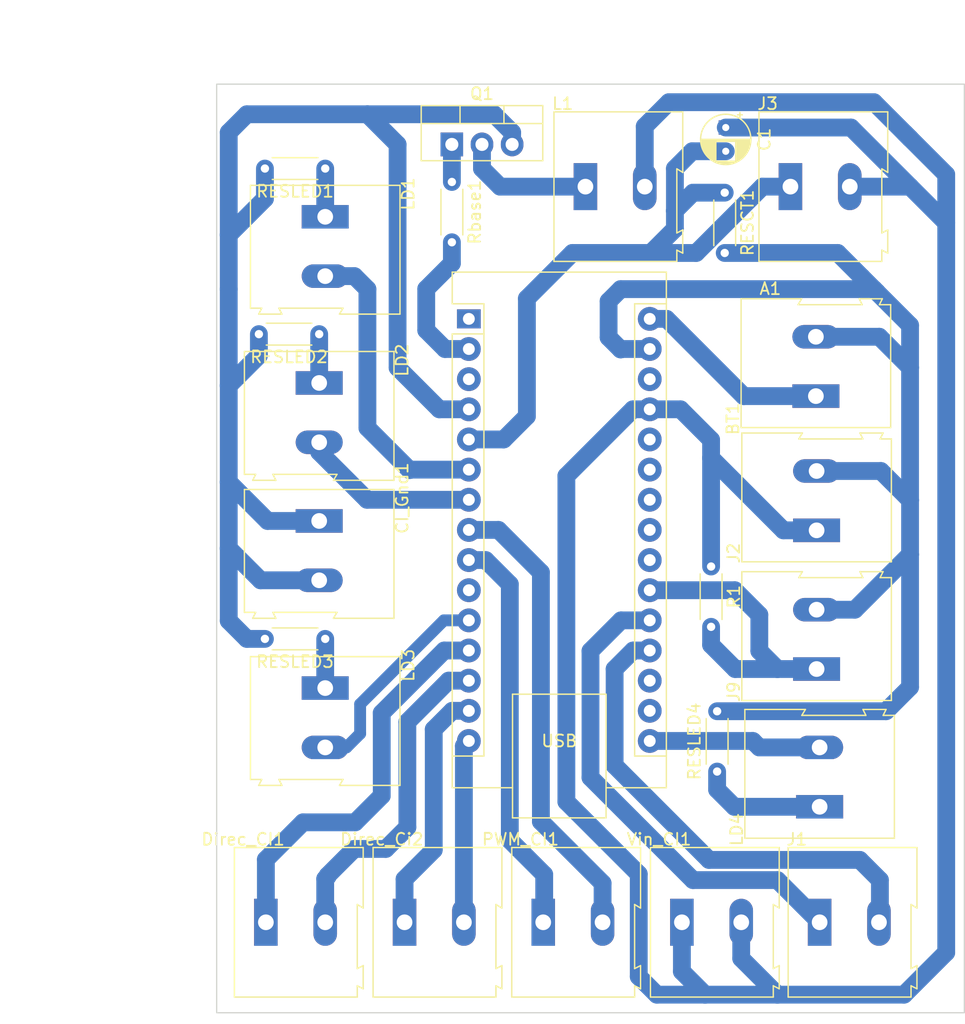
<source format=kicad_pcb>
(kicad_pcb (version 20221018) (generator pcbnew)
  (layers (0 "F.Cu" signal) (31 "B.Cu" signal) (34 "B.Paste" user) (35 "F.Paste" user) (36 "B.SilkS" user "B.Silkscreen") (37 "F.SilkS" user "F.Silkscreen") (38 "B.Mask" user) (39 "F.Mask" user) (44 "Edge.Cuts" user))
  (net 0 "")
  (net 4 "CHAVE_TACTIL")
  (net 5 "LED1")
  (net 6 "LASER")
  (net 7 "D6")
  (net 8 "D7")
  (net 9 "D8")
  (net 10 "D9")
  (net 11 "PWM_M1")
  (net 12 "PWM_M2")
  (net 13 "LED2")
  (net 14 "LED3")
  (net 17 "EIXO_X")
  (net 18 "EIXO_Y")
  (net 25 "Net-(LD1-K)")
  (net 26 "Net-(L1-K)")
  (net 27 "Net-(Q1-B)")
  (net 28 "+9V")
  (net 29 "LED4")
  (net 30 "LDR")
  (net 31 "GND")
  (net 32 "+5V")
  (net 33 "Net-(LD2-K)")
  (net 34 "Net-(LD3-K)")
  (net 35 "Net-(LD4-K)")
  (footprint "Resistor_THT:R_Axial_DIN0204_L3.6mm_D1.6mm_P5.08mm_Horizontal" (layer "F.Cu") (at 178.947553 57.912 -90)
    (fp_text reference "RESCT1" (at 2.54 -1.92 90) (layer "F.SilkS"))
    (fp_text value "10Kohms")
    (pad "1" thru_hole circle (at 0 0 270) (size 1.4 1.4) (drill 0.7) (layers "*.Cu" "*.Mask") (net 4 "CHAVE_TACTIL"))
    (pad "2" thru_hole oval (at 5.08 0 270) (size 1.4 1.4) (drill 0.7) (layers "*.Cu" "*.Mask") (net 31 "GND"))
  )
  (footprint "Resistor_THT:R_Axial_DIN0204_L3.6mm_D1.6mm_P5.08mm_Horizontal" (layer "F.Cu") (at 155.96 57.01 -90)
    (fp_text reference "Rbase1" (at 2.54 -1.92 90) (layer "F.SilkS"))
    (fp_text value "4k3 ohms")
    (pad "1" thru_hole circle (at 0 0 270) (size 1.4 1.4) (drill 0.7) (layers "*.Cu" "*.Mask") (net 27 "Net-(Q1-B)"))
    (pad "2" thru_hole oval (at 5.08 0 270) (size 1.4 1.4) (drill 0.7) (layers "*.Cu" "*.Mask") (net 6 "LASER"))
  )
  (footprint "TerminalBlock:TerminalBlock_Altech_AK300-2_P5.00mm" (layer "F.Cu") (at 184.484 57.404)
    (fp_text reference "J3" (at -1.92 -6.99) (layer "F.SilkS"))
    (fp_text value "CHAVETACTIL_TERMINAL")
    (pad "1" thru_hole rect (at 0 0) (size 1.98 3.96) (drill 1.32) (layers "*.Cu" "*.Mask") (net 4 "CHAVE_TACTIL"))
    (pad "2" thru_hole oval (at 5 0) (size 1.98 3.96) (drill 1.32) (layers "*.Cu" "*.Mask") (net 32 "+5V"))
  )
  (footprint "TerminalBlock:TerminalBlock_Altech_AK300-2_P5.00mm" (layer "F.Cu") (at 145.288 59.944 -90)
    (fp_text reference "LD1" (at -1.92 -6.99 90) (layer "F.SilkS"))
    (fp_text value "LED VERDE")
    (pad "1" thru_hole rect (at 0 0 270) (size 1.98 3.96) (drill 1.32) (layers "*.Cu" "*.Mask") (net 25 "Net-(LD1-K)"))
    (pad "2" thru_hole oval (at 5 0 270) (size 1.98 3.96) (drill 1.32) (layers "*.Cu" "*.Mask") (net 5 "LED1"))
  )
  (footprint "TerminalBlock:TerminalBlock_Altech_AK300-2_P5.00mm" (layer "F.Cu") (at 163.656 119.38)
    (fp_text reference "PWM_CI1" (at -1.92 -6.99) (layer "F.SilkS"))
    (fp_text value "C4")
    (pad "1" thru_hole rect (at 0 0) (size 1.98 3.96) (drill 1.32) (layers "*.Cu" "*.Mask") (net 12 "PWM_M2"))
    (pad "2" thru_hole oval (at 5 0) (size 1.98 3.96) (drill 1.32) (layers "*.Cu" "*.Mask") (net 11 "PWM_M1"))
  )
  (footprint "Package_TO_SOT_THT:TO-220-3_Vertical" (layer "F.Cu") (at 155.956 53.848)
    (fp_text reference "Q1" (at 2.54 -4.27) (layer "F.SilkS"))
    (fp_text value "TIP41C")
    (pad "1" thru_hole rect (at 0 0) (size 1.905 2) (drill 1.1) (layers "*.Cu" "*.Mask") (net 27 "Net-(Q1-B)"))
    (pad "2" thru_hole oval (at 2.54 0) (size 1.905 2) (drill 1.1) (layers "*.Cu" "*.Mask") (net 26 "Net-(L1-K)"))
    (pad "3" thru_hole oval (at 5.08 0) (size 1.905 2) (drill 1.1) (layers "*.Cu" "*.Mask") (net 31 "GND"))
  )
  (footprint "TerminalBlock:TerminalBlock_Altech_AK300-2_P5.00mm" (layer "F.Cu") (at 186.944 119.38)
    (fp_text reference "J1" (at -1.92 -6.99) (layer "F.SilkS"))
    (fp_text value "JOYSTICK2")
    (pad "1" thru_hole rect (at 0 0) (size 1.98 3.96) (drill 1.32) (layers "*.Cu" "*.Mask") (net 18 "EIXO_Y"))
    (pad "2" thru_hole oval (at 5 0) (size 1.98 3.96) (drill 1.32) (layers "*.Cu" "*.Mask") (net 17 "EIXO_X"))
  )
  (footprint "TerminalBlock:TerminalBlock_Altech_AK300-2_P5.00mm" (layer "F.Cu") (at 144.78 73.943 -90)
    (fp_text reference "LD2" (at -1.92 -6.99 90) (layer "F.SilkS"))
    (fp_text value "LED VERDE")
    (pad "1" thru_hole rect (at 0 0 270) (size 1.98 3.96) (drill 1.32) (layers "*.Cu" "*.Mask") (net 33 "Net-(LD2-K)"))
    (pad "2" thru_hole oval (at 5 0 270) (size 1.98 3.96) (drill 1.32) (layers "*.Cu" "*.Mask") (net 13 "LED2"))
  )
  (footprint "TerminalBlock:TerminalBlock_Altech_AK300-2_P5.00mm" (layer "F.Cu") (at 144.78 85.569 -90)
    (fp_text reference "CI_Gnd1" (at -1.92 -6.99 90) (layer "F.SilkS"))
    (fp_text value "Screw_Terminal_01x02")
    (pad "1" thru_hole rect (at 0 0 270) (size 1.98 3.96) (drill 1.32) (layers "*.Cu" "*.Mask") (net 31 "GND"))
    (pad "2" thru_hole oval (at 5 0 270) (size 1.98 3.96) (drill 1.32) (layers "*.Cu" "*.Mask") (net 31 "GND"))
  )
  (footprint "TerminalBlock:TerminalBlock_Altech_AK300-2_P5.00mm" (layer "F.Cu") (at 167.212 57.404)
    (fp_text reference "L1" (at -1.92 -6.99) (layer "F.SilkS"))
    (fp_text value "LASER")
    (pad "1" thru_hole rect (at 0 0) (size 1.98 3.96) (drill 1.32) (layers "*.Cu" "*.Mask") (net 26 "Net-(L1-K)"))
    (pad "2" thru_hole oval (at 5 0) (size 1.98 3.96) (drill 1.32) (layers "*.Cu" "*.Mask") (net 32 "+5V"))
  )
  (footprint "TerminalBlock:TerminalBlock_Altech_AK300-2_P5.00mm" (layer "F.Cu") (at 145.288 99.648 -90)
    (fp_text reference "LD3" (at -1.92 -6.99 90) (layer "F.SilkS"))
    (fp_text value "LED VERDE")
    (pad "1" thru_hole rect (at 0 0 270) (size 1.98 3.96) (drill 1.32) (layers "*.Cu" "*.Mask") (net 34 "Net-(LD3-K)"))
    (pad "2" thru_hole oval (at 5 0 270) (size 1.98 3.96) (drill 1.32) (layers "*.Cu" "*.Mask") (net 14 "LED3"))
  )
  (footprint "Resistor_THT:R_Axial_DIN0204_L3.6mm_D1.6mm_P5.08mm_Horizontal" (layer "F.Cu") (at 177.8 89.408 -90)
    (fp_text reference "R1" (at 2.54 -1.92 -270) (layer "F.SilkS"))
    (fp_text value "10 Kohms")
    (pad "1" thru_hole circle (at 0 0 270) (size 1.4 1.4) (drill 0.7) (layers "*.Cu" "*.Mask") (net 32 "+5V"))
    (pad "2" thru_hole oval (at 5.08 0 270) (size 1.4 1.4) (drill 0.7) (layers "*.Cu" "*.Mask") (net 30 "LDR"))
  )
  (footprint "Module:Arduino_Nano" (layer "F.Cu") (at 157.39 68.544)
    (fp_text reference "A1" (at 25.4 -2.54) (layer "F.SilkS"))
    (fp_text value "Arduino_Nano_v3.x")
    (fp_text user "USB" (at 7.62 35.56 unlocked) (layer "F.SilkS"))
    (pad "1" thru_hole rect (at 0 0) (size 2 1.6) (drill 1) (layers "*.Cu" "*.Mask"))
    (pad "2" thru_hole circle (at 0 2.54) (size 2 2) (drill 1) (layers "*.Cu" "*.Mask") (net 6 "LASER"))
    (pad "3" thru_hole circle (at 0 5.08) (size 2 2) (drill 1) (layers "*.Cu" "*.Mask"))
    (pad "4" thru_hole circle (at 0 7.62) (size 2 2) (drill 1) (layers "*.Cu" "*.Mask") (net 31 "GND"))
    (pad "5" thru_hole circle (at 0 10.16) (size 2 2) (drill 1) (layers "*.Cu" "*.Mask") (net 4 "CHAVE_TACTIL"))
    (pad "6" thru_hole circle (at 0 12.7) (size 2 2) (drill 1) (layers "*.Cu" "*.Mask") (net 5 "LED1"))
    (pad "7" thru_hole circle (at 0 15.24) (size 2 2) (drill 1) (layers "*.Cu" "*.Mask") (net 13 "LED2"))
    (pad "8" thru_hole circle (at 0 17.78) (size 2 2) (drill 1) (layers "*.Cu" "*.Mask") (net 11 "PWM_M1"))
    (pad "9" thru_hole circle (at 0 20.32) (size 2 2) (drill 1) (layers "*.Cu" "*.Mask") (net 12 "PWM_M2"))
    (pad "10" thru_hole circle (at 0 22.86) (size 2 2) (drill 1) (layers "*.Cu" "*.Mask"))
    (pad "11" thru_hole circle (at 0 25.4) (size 2 2) (drill 1) (layers "*.Cu" "*.Mask") (net 14 "LED3"))
    (pad "12" thru_hole circle (at 0 27.94) (size 2 2) (drill 1) (layers "*.Cu" "*.Mask") (net 7 "D6"))
    (pad "13" thru_hole circle (at 0 30.48) (size 2 2) (drill 1) (layers "*.Cu" "*.Mask") (net 8 "D7"))
    (pad "14" thru_hole circle (at 0 33.02) (size 2 2) (drill 1) (layers "*.Cu" "*.Mask") (net 9 "D8"))
    (pad "15" thru_hole circle (at 0 35.56) (size 2 2) (drill 1) (layers "*.Cu" "*.Mask") (net 10 "D9"))
    (pad "16" thru_hole circle (at 15.24 35.56) (size 2 2) (drill 1) (layers "*.Cu" "*.Mask") (net 29 "LED4"))
    (pad "17" thru_hole circle (at 15.24 33.02) (size 2 2) (drill 1) (layers "*.Cu" "*.Mask"))
    (pad "18" thru_hole circle (at 15.24 30.48) (size 2 2) (drill 1) (layers "*.Cu" "*.Mask"))
    (pad "19" thru_hole circle (at 15.24 27.94) (size 2 2) (drill 1) (layers "*.Cu" "*.Mask") (net 17 "EIXO_X"))
    (pad "20" thru_hole circle (at 15.24 25.4) (size 2 2) (drill 1) (layers "*.Cu" "*.Mask") (net 18 "EIXO_Y"))
    (pad "21" thru_hole circle (at 15.24 22.86) (size 2 2) (drill 1) (layers "*.Cu" "*.Mask") (net 30 "LDR"))
    (pad "22" thru_hole circle (at 15.24 20.32) (size 2 2) (drill 1) (layers "*.Cu" "*.Mask"))
    (pad "23" thru_hole circle (at 15.24 17.78) (size 2 2) (drill 1) (layers "*.Cu" "*.Mask"))
    (pad "24" thru_hole circle (at 15.24 15.24) (size 2 2) (drill 1) (layers "*.Cu" "*.Mask"))
    (pad "25" thru_hole circle (at 15.24 12.7) (size 2 2) (drill 1) (layers "*.Cu" "*.Mask"))
    (pad "26" thru_hole circle (at 15.24 10.16) (size 2 2) (drill 1) (layers "*.Cu" "*.Mask"))
    (pad "27" thru_hole circle (at 15.24 7.62) (size 2 2) (drill 1) (layers "*.Cu" "*.Mask") (net 32 "+5V"))
    (pad "28" thru_hole circle (at 15.24 5.08) (size 2 2) (drill 1) (layers "*.Cu" "*.Mask"))
    (pad "29" thru_hole circle (at 15.24 2.54) (size 2 2) (drill 1) (layers "*.Cu" "*.Mask") (net 31 "GND"))
    (pad "30" thru_hole circle (at 15.24 0) (size 2 2) (drill 1) (layers "*.Cu" "*.Mask") (net 28 "+9V"))
  )
  (footprint "TerminalBlock:TerminalBlock_Altech_AK300-2_P5.00mm" (layer "F.Cu") (at 186.69 98.044 90)
    (fp_text reference "J9" (at -1.92 -6.99 90) (layer "F.SilkS"))
    (fp_text value "LDR")
    (pad "1" thru_hole rect (at 0 0 90) (size 1.98 3.96) (drill 1.32) (layers "*.Cu" "*.Mask") (net 30 "LDR"))
    (pad "2" thru_hole oval (at 5 0 90) (size 1.98 3.96) (drill 1.32) (layers "*.Cu" "*.Mask") (net 31 "GND"))
  )
  (footprint "Resistor_THT:R_Axial_DIN0204_L3.6mm_D1.6mm_P5.08mm_Horizontal" (layer "F.Cu") (at 144.78 69.829594 180)
    (fp_text reference "RESLED2" (at 2.54 -1.92) (layer "F.SilkS"))
    (fp_text value "560 ohms")
    (pad "1" thru_hole circle (at 0 0 180) (size 1.4 1.4) (drill 0.7) (layers "*.Cu" "*.Mask") (net 33 "Net-(LD2-K)"))
    (pad "2" thru_hole oval (at 5.08 0 180) (size 1.4 1.4) (drill 0.7) (layers "*.Cu" "*.Mask") (net 31 "GND"))
  )
  (footprint "TerminalBlock:TerminalBlock_Altech_AK300-2_P5.00mm" (layer "F.Cu") (at 140.288 119.38)
    (fp_text reference "Direc_CI1" (at -1.92 -6.99) (layer "F.SilkS"))
    (fp_text value "C2")
    (pad "1" thru_hole rect (at 0 0) (size 1.98 3.96) (drill 1.32) (layers "*.Cu" "*.Mask") (net 7 "D6"))
    (pad "2" thru_hole oval (at 5 0) (size 1.98 3.96) (drill 1.32) (layers "*.Cu" "*.Mask") (net 8 "D7"))
  )
  (footprint "Resistor_THT:R_Axial_DIN0204_L3.6mm_D1.6mm_P5.08mm_Horizontal" (layer "F.Cu") (at 145.288 55.88 180)
    (fp_text reference "RESLED1" (at 2.54 -1.92) (layer "F.SilkS"))
    (fp_text value "560 ohms")
    (pad "1" thru_hole circle (at 0 0 180) (size 1.4 1.4) (drill 0.7) (layers "*.Cu" "*.Mask") (net 25 "Net-(LD1-K)"))
    (pad "2" thru_hole oval (at 5.08 0 180) (size 1.4 1.4) (drill 0.7) (layers "*.Cu" "*.Mask") (net 31 "GND"))
  )
  (footprint "Capacitor_THT:CP_Radial_D4.0mm_P2.00mm" (layer "F.Cu") (at 179.034511 52.42462 -90)
    (fp_text reference "C1" (at 1 -3.25 90) (layer "F.SilkS"))
    (fp_text value "C 10 microF")
    (pad "1" thru_hole rect (at 0 0 270) (size 1.2 1.2) (drill 0.6) (layers "*.Cu" "*.Mask") (net 32 "+5V"))
    (pad "2" thru_hole circle (at 2 0 270) (size 1.2 1.2) (drill 0.6) (layers "*.Cu" "*.Mask") (net 4 "CHAVE_TACTIL"))
  )
  (footprint "Resistor_THT:R_Axial_DIN0204_L3.6mm_D1.6mm_P5.08mm_Horizontal" (layer "F.Cu") (at 145.288 95.504 180)
    (fp_text reference "RESLED3" (at 2.54 -1.92) (layer "F.SilkS"))
    (fp_text value "560 ohms")
    (pad "1" thru_hole circle (at 0 0 180) (size 1.4 1.4) (drill 0.7) (layers "*.Cu" "*.Mask") (net 34 "Net-(LD3-K)"))
    (pad "2" thru_hole oval (at 5.08 0 180) (size 1.4 1.4) (drill 0.7) (layers "*.Cu" "*.Mask") (net 31 "GND"))
  )
  (footprint "TerminalBlock:TerminalBlock_Altech_AK300-2_P5.00mm" (layer "F.Cu") (at 186.69 86.36 90)
    (fp_text reference "J2" (at -1.92 -6.99 90) (layer "F.SilkS"))
    (fp_text value "JOYSTICK2")
    (pad "1" thru_hole rect (at 0 0 90) (size 1.98 3.96) (drill 1.32) (layers "*.Cu" "*.Mask") (net 32 "+5V"))
    (pad "2" thru_hole oval (at 5 0 90) (size 1.98 3.96) (drill 1.32) (layers "*.Cu" "*.Mask") (net 31 "GND"))
  )
  (footprint "TerminalBlock:TerminalBlock_Altech_AK300-2_P5.00mm" (layer "F.Cu") (at 151.972 119.38)
    (fp_text reference "Direc_Ci2" (at -1.92 -6.99) (layer "F.SilkS"))
    (fp_text value "C3")
    (pad "1" thru_hole rect (at 0 0) (size 1.98 3.96) (drill 1.32) (layers "*.Cu" "*.Mask") (net 9 "D8"))
    (pad "2" thru_hole oval (at 5 0) (size 1.98 3.96) (drill 1.32) (layers "*.Cu" "*.Mask") (net 10 "D9"))
  )
  (footprint "TerminalBlock:TerminalBlock_Altech_AK300-2_P5.00mm" (layer "F.Cu") (at 186.944 109.648 90)
    (fp_text reference "LD4" (at -1.92 -6.99 90) (layer "F.SilkS"))
    (fp_text value "LED VERDE")
    (pad "1" thru_hole rect (at 0 0 90) (size 1.98 3.96) (drill 1.32) (layers "*.Cu" "*.Mask") (net 35 "Net-(LD4-K)"))
    (pad "2" thru_hole oval (at 5 0 90) (size 1.98 3.96) (drill 1.32) (layers "*.Cu" "*.Mask") (net 29 "LED4"))
  )
  (footprint "Resistor_THT:R_Axial_DIN0204_L3.6mm_D1.6mm_P5.08mm_Horizontal" (layer "F.Cu") (at 178.308 106.68 90)
    (fp_text reference "RESLED4" (at 2.54 -1.92 90) (layer "F.SilkS"))
    (fp_text value "560 ohms")
    (pad "1" thru_hole circle (at 0 0 90) (size 1.4 1.4) (drill 0.7) (layers "*.Cu" "*.Mask") (net 35 "Net-(LD4-K)"))
    (pad "2" thru_hole oval (at 5.08 0 90) (size 1.4 1.4) (drill 0.7) (layers "*.Cu" "*.Mask") (net 31 "GND"))
  )
  (footprint "TerminalBlock:TerminalBlock_Altech_AK300-2_P5.00mm" (layer "F.Cu") (at 186.62897 75.050975 90)
    (fp_text reference "BT1" (at -1.92 -6.99 90) (layer "F.SilkS"))
    (fp_text value "Bateria 9V")
    (pad "1" thru_hole rect (at 0 0 90) (size 1.98 3.96) (drill 1.32) (layers "*.Cu" "*.Mask") (net 28 "+9V"))
    (pad "2" thru_hole oval (at 5 0 90) (size 1.98 3.96) (drill 1.32) (layers "*.Cu" "*.Mask") (net 31 "GND"))
  )
  (footprint "TerminalBlock:TerminalBlock_Altech_AK300-2_P5.00mm" (layer "F.Cu") (at 175.34 119.38)
    (fp_text reference "Vin_CI1" (at -1.92 -6.99) (layer "F.SilkS"))
    (fp_text value "C1")
    (pad "1" thru_hole rect (at 0 0) (size 1.98 3.96) (drill 1.32) (layers "*.Cu" "*.Mask") (net 32 "+5V"))
    (pad "2" thru_hole oval (at 5 0) (size 1.98 3.96) (drill 1.32) (layers "*.Cu" "*.Mask") (net 32 "+5V"))
  )
  (gr_rect (start 136.144 48.768) (end 199.136 127) (stroke (width 0.1)) (fill none) (layer "Edge.Cuts"))
  (segment (start 174.752 59.436) (end 174.752 60.96) (width 1.5) (layer "B.Cu") (net 4))
  (segment (start 160.326 78.704) (end 162.28 76.75) (width 1.5) (layer "B.Cu") (net 4))
  (segment (start 176.54339 62.992) (end 182.13139 57.404) (width 1.5) (layer "B.Cu") (net 4))
  (segment (start 184.33651 57.55149) (end 184.484 57.404) (width 1.5) (layer "B.Cu") (net 4))
  (segment (start 174.752 60.96) (end 172.72 62.992) (width 1.5) (layer "B.Cu") (net 4))
  (segment (start 162.28 76.75) (end 162.28 66.828) (width 1.5) (layer "B.Cu") (net 4))
  (segment (start 162.28 66.828) (end 166.116 62.992) (width 1.5) (layer "B.Cu") (net 4))
  (segment (start 174.752 59.436) (end 176.276 57.912) (width 1.5) (layer "B.Cu") (net 4))
  (segment (start 172.72 62.992) (end 176.54339 62.992) (width 1.5) (layer "B.Cu") (net 4))
  (segment (start 174.752 59.436) (end 174.752 55.88) (width 1.5) (layer "B.Cu") (net 4))
  (segment (start 174.752 55.88) (end 176.20738 54.42462) (width 1.5) (layer "B.Cu") (net 4))
  (segment (start 179.034511 54.42462) (end 176.20738 54.42462) (width 1.5) (layer "B.Cu") (net 4))
  (segment (start 182.13139 57.404) (end 184.484 57.404) (width 1.5) (layer "B.Cu") (net 4))
  (segment (start 157.39 78.704) (end 160.326 78.704) (width 1.5) (layer "B.Cu") (net 4))
  (segment (start 166.116 62.992) (end 172.72 62.992) (width 1.5) (layer "B.Cu") (net 4))
  (segment (start 176.276 57.912) (end 178.947553 57.912) (width 1.5) (layer "B.Cu") (net 4))
  (segment (start 145.288 64.944) (end 147.748 64.944) (width 1.5) (layer "B.Cu") (net 5))
  (segment (start 152.4 81.28) (end 152.436 81.244) (width 1.5) (layer "B.Cu") (net 5))
  (segment (start 148.844 77.724) (end 152.4 81.28) (width 1.5) (layer "B.Cu") (net 5))
  (segment (start 147.748 64.944) (end 148.844 66.04) (width 1.5) (layer "B.Cu") (net 5))
  (segment (start 148.844 66.04) (end 148.844 77.724) (width 1.5) (layer "B.Cu") (net 5))
  (segment (start 152.436 81.244) (end 157.39 81.244) (width 1.5) (layer "B.Cu") (net 5))
  (segment (start 153.8 66.02) (end 153.8 69.5) (width 1.5) (layer "B.Cu") (net 6))
  (segment (start 155.384 71.084) (end 157.39 71.084) (width 1.5) (layer "B.Cu") (net 6))
  (segment (start 155.96 63.86) (end 153.8 66.02) (width 1.5) (layer "B.Cu") (net 6))
  (segment (start 153.8 69.5) (end 155.384 71.084) (width 1.5) (layer "B.Cu") (net 6))
  (segment (start 155.96 62.09) (end 155.96 63.86) (width 1.5) (layer "B.Cu") (net 6))
  (segment (start 140.288 114.092) (end 140.288 119.38) (width 1.5) (layer "B.Cu") (net 7))
  (segment (start 150.05 108.72) (end 147.81 110.96) (width 1.5) (layer "B.Cu") (net 7))
  (segment (start 147.81 110.96) (end 143.42 110.96) (width 1.5) (layer "B.Cu") (net 7))
  (segment (start 150.05 101.75) (end 150.05 108.72) (width 1.5) (layer "B.Cu") (net 7))
  (segment (start 143.42 110.96) (end 140.288 114.092) (width 1.5) (layer "B.Cu") (net 7))
  (segment (start 157.39 96.484) (end 155.316 96.484) (width 1.5) (layer "B.Cu") (net 7))
  (segment (start 155.316 96.484) (end 150.05 101.75) (width 1.5) (layer "B.Cu") (net 7))
  (segment (start 145.49 115.52) (end 145.288 115.722) (width 1.5) (layer "B.Cu") (net 8))
  (segment (start 155.686 99.024) (end 152.21 102.5) (width 1.5) (layer "B.Cu") (net 8))
  (segment (start 152.21 111.38) (end 150.39 113.2) (width 1.5) (layer "B.Cu") (net 8))
  (segment (start 145.288 115.722) (end 145.288 119.38) (width 1.5) (layer "B.Cu") (net 8))
  (segment (start 150.39 113.2) (end 147.73 113.2) (width 1.5) (layer "B.Cu") (net 8))
  (segment (start 147.73 113.2) (end 145.49 115.44) (width 1.5) (layer "B.Cu") (net 8))
  (segment (start 157.39 99.024) (end 155.686 99.024) (width 1.5) (layer "B.Cu") (net 8))
  (segment (start 145.49 115.44) (end 145.49 115.52) (width 1.5) (layer "B.Cu") (net 8))
  (segment (start 152.21 102.5) (end 152.21 111.38) (width 1.5) (layer "B.Cu") (net 8))
  (segment (start 154.432 103.124) (end 154.432 113.284) (width 1.5) (layer "B.Cu") (net 9))
  (segment (start 154.432 113.284) (end 151.972 115.744) (width 1.5) (layer "B.Cu") (net 9))
  (segment (start 155.992 101.564) (end 154.432 103.124) (width 1.5) (layer "B.Cu") (net 9))
  (segment (start 157.39 101.564) (end 155.992 101.564) (width 1.5) (layer "B.Cu") (net 9))
  (segment (start 151.972 115.744) (end 151.972 119.38) (width 1.5) (layer "B.Cu") (net 9))
  (segment (start 156.972 119.38) (end 156.972 104.522) (width 1.5) (layer "B.Cu") (net 10))
  (segment (start 156.972 104.522) (end 157.39 104.104) (width 1.5) (layer "B.Cu") (net 10))
  (segment (start 163.46 110.89) (end 163.46 89.9) (width 1.5) (layer "B.Cu") (net 11))
  (segment (start 168.656 116.086) (end 163.46 110.89) (width 1.5) (layer "B.Cu") (net 11))
  (segment (start 159.884 86.324) (end 157.39 86.324) (width 1.5) (layer "B.Cu") (net 11))
  (segment (start 168.656 119.38) (end 168.656 116.086) (width 1.5) (layer "B.Cu") (net 11))
  (segment (start 163.46 89.9) (end 159.884 86.324) (width 1.5) (layer "B.Cu") (net 11))
  (segment (start 157.39 88.864) (end 158.804213 88.864) (width 1.5) (layer "B.Cu") (net 12))
  (segment (start 160.84 112.46) (end 163.74 115.36) (width 1.5) (layer "B.Cu") (net 12))
  (segment (start 160.84 90.899787) (end 160.84 112.46) (width 1.5) (layer "B.Cu") (net 12))
  (segment (start 163.74 115.36) (end 163.74 119.296) (width 1.5) (layer "B.Cu") (net 12))
  (segment (start 158.804213 88.864) (end 160.84 90.899787) (width 1.5) (layer "B.Cu") (net 12))
  (segment (start 163.74 119.296) (end 163.656 119.38) (width 1.5) (layer "B.Cu") (net 12))
  (segment (start 144.78 79.756) (end 148.808 83.784) (width 1.5) (layer "B.Cu") (net 13))
  (segment (start 148.808 83.784) (end 157.39 83.784) (width 1.5) (layer "B.Cu") (net 13))
  (segment (start 144.78 78.943) (end 144.78 79.756) (width 1.5) (layer "B.Cu") (net 13))
  (segment (start 155.286 93.944) (end 148.23 101) (width 1) (layer "B.Cu") (net 14))
  (segment (start 147.072 104.648) (end 145.288 104.648) (width 1) (layer "B.Cu") (net 14))
  (segment (start 148.23 103.49) (end 147.072 104.648) (width 1) (layer "B.Cu") (net 14))
  (segment (start 148.23 101) (end 148.23 103.49) (width 1) (layer "B.Cu") (net 14))
  (segment (start 157.39 93.944) (end 155.286 93.944) (width 1) (layer "B.Cu") (net 14))
  (segment (start 177.624 114.124) (end 190.324 114.124) (width 1.5) (layer "B.Cu") (net 17))
  (segment (start 169.672 106.172) (end 177.624 114.124) (width 1.5) (layer "B.Cu") (net 17))
  (segment (start 192.024 115.824) (end 192.024 119.3) (width 1.5) (layer "B.Cu") (net 17))
  (segment (start 190.324 114.124) (end 192.024 115.824) (width 1.5) (layer "B.Cu") (net 17))
  (segment (start 171.232 96.484) (end 169.672 98.044) (width 1.5) (layer "B.Cu") (net 17))
  (segment (start 172.63 96.484) (end 171.232 96.484) (width 1.5) (layer "B.Cu") (net 17))
  (segment (start 192.024 119.3) (end 191.944 119.38) (width 1.5) (layer "B.Cu") (net 17))
  (segment (start 169.672 98.044) (end 169.672 106.172) (width 1.5) (layer "B.Cu") (net 17))
  (segment (start 170.216 93.944) (end 172.63 93.944) (width 1.5) (layer "B.Cu") (net 18))
  (segment (start 183.388 115.824) (end 176.276 115.824) (width 1.5) (layer "B.Cu") (net 18))
  (segment (start 176.276 115.824) (end 167.64 107.188) (width 1.5) (layer "B.Cu") (net 18))
  (segment (start 186.944 119.38) (end 183.388 115.824) (width 1.5) (layer "B.Cu") (net 18))
  (segment (start 167.64 107.188) (end 167.64 96.52) (width 1.5) (layer "B.Cu") (net 18))
  (segment (start 167.64 96.52) (end 170.216 93.944) (width 1.5) (layer "B.Cu") (net 18))
  (segment (start 145.288 59.944) (end 145.288 55.88) (width 1.5) (layer "B.Cu") (net 25))
  (segment (start 160.02 57.404) (end 167.212 57.404) (width 1.5) (layer "B.Cu") (net 26))
  (segment (start 158.496 55.88) (end 160.02 57.404) (width 1.5) (layer "B.Cu") (net 26))
  (segment (start 158.496 53.848) (end 158.496 55.88) (width 1.5) (layer "B.Cu") (net 26))
  (segment (start 155.96 57.01) (end 155.96 53.852) (width 1.5) (layer "B.Cu") (net 27))
  (segment (start 155.96 53.852) (end 155.956 53.848) (width 1.5) (layer "B.Cu") (net 27))
  (segment (start 180.551188 75.050975) (end 186.62897 75.050975) (width 1.5) (layer "B.Cu") (net 28))
  (segment (start 174.044213 68.544) (end 180.551188 75.050975) (width 1.5) (layer "B.Cu") (net 28))
  (segment (start 172.63 68.544) (end 174.044213 68.544) (width 1.5) (layer "B.Cu") (net 28))
  (segment (start 181.864 104.648) (end 186.944 104.648) (width 1.5) (layer "B.Cu") (net 29))
  (segment (start 172.63 104.104) (end 181.32 104.104) (width 1.5) (layer "B.Cu") (net 29))
  (segment (start 181.32 104.104) (end 181.864 104.648) (width 1.5) (layer "B.Cu") (net 29))
  (segment (start 181.864 93.472) (end 181.864 96.52) (width 1.5) (layer "B.Cu") (net 30))
  (segment (start 179.796 91.404) (end 181.864 93.472) (width 1.5) (layer "B.Cu") (net 30))
  (segment (start 181.864 96.52) (end 183.388 98.044) (width 1.5) (layer "B.Cu") (net 30))
  (segment (start 177.8 96.012) (end 179.832 98.044) (width 1.5) (layer "B.Cu") (net 30))
  (segment (start 183.388 98.044) (end 186.69 98.044) (width 1.5) (layer "B.Cu") (net 30))
  (segment (start 179.832 98.044) (end 183.388 98.044) (width 1.5) (layer "B.Cu") (net 30))
  (segment (start 172.63 91.404) (end 179.796 91.404) (width 1.5) (layer "B.Cu") (net 30))
  (segment (start 177.8 94.488) (end 177.8 96.012) (width 1.5) (layer "B.Cu") (net 30))
  (segment (start 186.69 81.36) (end 192.104 81.36) (width 1.5) (layer "B.Cu") (net 31))
  (segment (start 159.512 51.308) (end 148.844 51.308) (width 1.5) (layer "B.Cu") (net 31))
  (segment (start 178.947553 62.992) (end 188.468 62.992) (width 1.5) (layer "B.Cu") (net 31))
  (segment (start 194.564 88.392) (end 189.912 93.044) (width 1.5) (layer "B.Cu") (net 31))
  (segment (start 169.164 70.104) (end 169.164 67.056) (width 1.5) (layer "B.Cu") (net 31))
  (segment (start 148.844 51.308) (end 138.684 51.308) (width 1.5) (layer "B.Cu") (net 31))
  (segment (start 186.62897 70.050975) (end 191.970975 70.050975) (width 1.5) (layer "B.Cu") (net 31))
  (segment (start 191.970975 70.050975) (end 194.564 72.644) (width 1.5) (layer "B.Cu") (net 31))
  (segment (start 157.39 76.164) (end 154.904 76.164) (width 1.5) (layer "B.Cu") (net 31))
  (segment (start 139.7 69.829594) (end 139.7 71.628) (width 1.5) (layer "B.Cu") (net 31))
  (segment (start 144.78 90.569) (end 139.845 90.569) (width 1.5) (layer "B.Cu") (net 31))
  (segment (start 140.208 58.42) (end 137.16 61.468) (width 1.5) (layer "B.Cu") (net 31))
  (segment (start 178.308 101.6) (end 192.532 101.6) (width 1.5) (layer "B.Cu") (net 31))
  (segment (start 137.16 74.168) (end 137.16 82.296) (width 1.5) (layer "B.Cu") (net 31))
  (segment (start 170.216 71.084) (end 170.18 71.12) (width 1.5) (layer "B.Cu") (net 31))
  (segment (start 140.433 85.569) (end 137.16 82.296) (width 1.5) (layer "B.Cu") (net 31))
  (segment (start 194.564 69.088) (end 194.564 72.644) (width 1.5) (layer "B.Cu") (net 31))
  (segment (start 137.16 87.884) (end 137.16 93.98) (width 1.5) (layer "B.Cu") (net 31))
  (segment (start 161.036 52.832) (end 159.512 51.308) (width 1.5) (layer "B.Cu") (net 31))
  (segment (start 137.16 93.98) (end 138.684 95.504) (width 1.5) (layer "B.Cu") (net 31))
  (segment (start 191.77 66.294) (end 194.564 69.088) (width 1.5) (layer "B.Cu") (net 31))
  (segment (start 169.164 67.056) (end 170.18 66.04) (width 1.5) (layer "B.Cu") (net 31))
  (segment (start 151.384 53.848) (end 148.844 51.308) (width 1.5) (layer "B.Cu") (net 31))
  (segment (start 138.684 51.308) (end 137.16 52.832) (width 1.5) (layer "B.Cu") (net 31))
  (segment (start 151.384 72.644) (end 151.384 53.848) (width 1.5) (layer "B.Cu") (net 31))
  (segment (start 170.18 71.12) (end 169.164 70.104) (width 1.5) (layer "B.Cu") (net 31))
  (segment (start 188.468 62.992) (end 190.5 65.024) (width 1.5) (layer "B.Cu") (net 31))
  (segment (start 137.16 61.468) (end 137.16 66.04) (width 1.5) (layer "B.Cu") (net 31))
  (segment (start 191.516 66.04) (end 191.77 66.294) (width 1.5) (layer "B.Cu") (net 31))
  (segment (start 192.532 101.6) (end 194.564 99.568) (width 1.5) (layer "B.Cu") (net 31))
  (segment (start 194.564 99.568) (end 194.564 88.392) (width 1.5) (layer "B.Cu") (net 31))
  (segment (start 137.16 52.832) (end 137.16 61.468) (width 1.5) (layer "B.Cu") (net 31))
  (segment (start 139.845 90.569) (end 137.16 87.884) (width 1.5) (layer "B.Cu") (net 31))
  (segment (start 137.16 66.04) (end 137.16 74.168) (width 1.5) (layer "B.Cu") (net 31))
  (segment (start 139.7 71.628) (end 137.16 74.168) (width 1.5) (layer "B.Cu") (net 31))
  (segment (start 190.5 65.024) (end 191.77 66.294) (width 1.5) (layer "B.Cu") (net 31))
  (segment (start 194.564 83.82) (end 194.564 88.392) (width 1.5) (layer "B.Cu") (net 31))
  (segment (start 170.18 66.04) (end 191.516 66.04) (width 1.5) (layer "B.Cu") (net 31))
  (segment (start 172.63 71.084) (end 170.216 71.084) (width 1.5) (layer "B.Cu") (net 31))
  (segment (start 138.684 95.504) (end 140.208 95.504) (width 1.5) (layer "B.Cu") (net 31))
  (segment (start 189.912 93.044) (end 186.69 93.044) (width 1.5) (layer "B.Cu") (net 31))
  (segment (start 194.564 72.644) (end 194.564 83.82) (width 1.5) (layer "B.Cu") (net 31))
  (segment (start 140.208 55.88) (end 140.208 58.42) (width 1.5) (layer "B.Cu") (net 31))
  (segment (start 137.16 82.296) (end 137.16 87.884) (width 1.5) (layer "B.Cu") (net 31))
  (segment (start 154.904 76.164) (end 151.384 72.644) (width 1.5) (layer "B.Cu") (net 31))
  (segment (start 161.036 53.848) (end 161.036 52.832) (width 1.5) (layer "B.Cu") (net 31))
  (segment (start 144.78 85.569) (end 140.433 85.569) (width 1.5) (layer "B.Cu") (net 31))
  (segment (start 192.104 81.36) (end 194.564 83.82) (width 1.5) (layer "B.Cu") (net 31))
  (segment (start 197.612 60.452) (end 197.612 56.388) (width 1.5) (layer "B.Cu") (net 32))
  (segment (start 172.63 76.164) (end 171.215787 76.164) (width 1.5) (layer "B.Cu") (net 32))
  (segment (start 197.612 121.92) (end 197.612 60.452) (width 1.5) (layer "B.Cu") (net 32))
  (segment (start 183.388 125.476) (end 194.056 125.476) (width 1.5) (layer "B.Cu") (net 32))
  (segment (start 194.564 53.34) (end 197.612 56.388) (width 1.5) (layer "B.Cu") (net 32))
  (segment (start 172.212 52.324) (end 174.244 50.292) (width 1.5) (layer "B.Cu") (net 32))
  (segment (start 180.34 119.38) (end 180.34 122.428) (width 1.5) (layer "B.Cu") (net 32))
  (segment (start 175.34 119.38) (end 175.34 123.524) (width 1.5) (layer "B.Cu") (net 32))
  (segment (start 171.704 123.952) (end 173.228 125.476) (width 1.5) (layer "B.Cu") (net 32))
  (segment (start 180.34 122.428) (end 183.388 125.476) (width 1.5) (layer "B.Cu") (net 32))
  (segment (start 194.564 57.404) (end 197.612 60.452) (width 1.5) (layer "B.Cu") (net 32))
  (segment (start 172.63 76.164) (end 175.224 76.164) (width 1.5) (layer "B.Cu") (net 32))
  (segment (start 194.056 125.476) (end 197.612 121.92) (width 1.5) (layer "B.Cu") (net 32))
  (segment (start 177.8 78.74) (end 177.8 80.264) (width 1.5) (layer "B.Cu") (net 32))
  (segment (start 175.224 76.164) (end 177.8 78.74) (width 1.5) (layer "B.Cu") (net 32))
  (segment (start 183.896 86.36) (end 186.69 86.36) (width 1.5) (layer "B.Cu") (net 32))
  (segment (start 191.516 50.292) (end 194.564 53.34) (width 1.5) (layer "B.Cu") (net 32))
  (segment (start 179.034511 52.42462) (end 189.58462 52.42462) (width 1.5) (layer "B.Cu") (net 32))
  (segment (start 165.608 109.22) (end 171.704 115.316) (width 1.5) (layer "B.Cu") (net 32))
  (segment (start 171.215787 76.164) (end 165.608 81.771787) (width 1.5) (layer "B.Cu") (net 32))
  (segment (start 189.58462 52.42462) (end 194.564 57.404) (width 1.5) (layer "B.Cu") (net 32))
  (segment (start 165.608 81.771787) (end 165.608 109.22) (width 1.5) (layer "B.Cu") (net 32))
  (segment (start 177.8 80.264) (end 183.896 86.36) (width 1.5) (layer "B.Cu") (net 32))
  (segment (start 173.228 125.476) (end 177.292 125.476) (width 1.5) (layer "B.Cu") (net 32))
  (segment (start 171.704 115.316) (end 171.704 123.952) (width 1.5) (layer "B.Cu") (net 32))
  (segment (start 177.292 125.476) (end 183.388 125.476) (width 1.5) (layer "B.Cu") (net 32))
  (segment (start 177.8 80.264) (end 177.8 89.408) (width 1.5) (layer "B.Cu") (net 32))
  (segment (start 175.34 123.524) (end 177.292 125.476) (width 1.5) (layer "B.Cu") (net 32))
  (segment (start 174.244 50.292) (end 191.516 50.292) (width 1.5) (layer "B.Cu") (net 32))
  (segment (start 172.212 57.404) (end 172.212 52.324) (width 1.5) (layer "B.Cu") (net 32))
  (segment (start 189.484 57.404) (end 194.564 57.404) (width 1.5) (layer "B.Cu") (net 32))
  (segment (start 194.123685 52.899685) (end 194.564 53.34) (width 1.5) (layer "B.Cu") (net 32))
  (segment (start 144.78 69.829594) (end 144.78 73.943) (width 1.5) (layer "B.Cu") (net 33))
  (segment (start 145.288 95.504) (end 145.288 99.648) (width 1.5) (layer "B.Cu") (net 34))
  (segment (start 179.752 109.648) (end 186.944 109.648) (width 1.5) (layer "B.Cu") (net 35))
  (segment (start 178.308 106.68) (end 178.308 108.204) (width 1.5) (layer "B.Cu") (net 35))
  (segment (start 178.308 108.204) (end 179.752 109.648) (width 1.5) (layer "B.Cu") (net 35))
)
</source>
